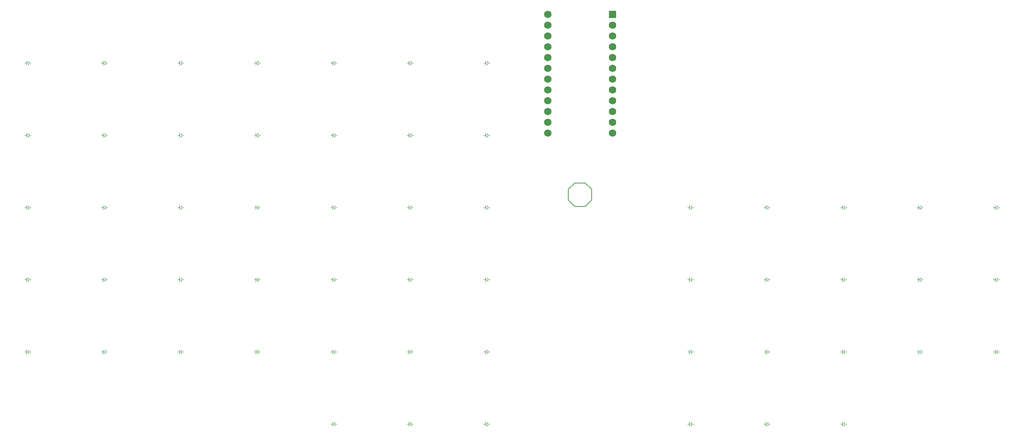
<source format=gbr>
%TF.GenerationSoftware,KiCad,Pcbnew,8.0.2*%
%TF.CreationDate,2024-06-03T01:18:46-04:00*%
%TF.ProjectId,unisplitchoc,756e6973-706c-4697-9463-686f632e6b69,v1.0.0*%
%TF.SameCoordinates,Original*%
%TF.FileFunction,Legend,Bot*%
%TF.FilePolarity,Positive*%
%FSLAX46Y46*%
G04 Gerber Fmt 4.6, Leading zero omitted, Abs format (unit mm)*
G04 Created by KiCad (PCBNEW 8.0.2) date 2024-06-03 01:18:46*
%MOMM*%
%LPD*%
G01*
G04 APERTURE LIST*
%ADD10C,0.100000*%
%ADD11C,0.150000*%
%ADD12R,1.752600X1.752600*%
%ADD13C,1.752600*%
G04 APERTURE END LIST*
D10*
%TO.C,D52*%
X309250000Y-171000000D02*
X309650000Y-171000000D01*
X309650000Y-171000000D02*
X309650000Y-170450000D01*
X309650000Y-171000000D02*
X309650000Y-171550000D01*
X309650000Y-171000000D02*
X310250000Y-170600000D01*
X310250000Y-170600000D02*
X310250000Y-171400000D01*
X310250000Y-171000000D02*
X310750000Y-171000000D01*
X310250000Y-171400000D02*
X309650000Y-171000000D01*
%TO.C,D8*%
X117250000Y-154000000D02*
X117650000Y-154000000D01*
X117650000Y-154000000D02*
X117650000Y-153450000D01*
X117650000Y-154000000D02*
X117650000Y-154550000D01*
X117650000Y-154000000D02*
X118250000Y-153600000D01*
X118250000Y-153600000D02*
X118250000Y-154400000D01*
X118250000Y-154000000D02*
X118750000Y-154000000D01*
X118250000Y-154400000D02*
X117650000Y-154000000D01*
%TO.C,D20*%
X153250000Y-120000000D02*
X153650000Y-120000000D01*
X153650000Y-120000000D02*
X153650000Y-119450000D01*
X153650000Y-120000000D02*
X153650000Y-120550000D01*
X153650000Y-120000000D02*
X154250000Y-119600000D01*
X154250000Y-119600000D02*
X154250000Y-120400000D01*
X154250000Y-120000000D02*
X154750000Y-120000000D01*
X154250000Y-120400000D02*
X153650000Y-120000000D01*
%TO.C,D36*%
X207250000Y-154000000D02*
X207650000Y-154000000D01*
X207650000Y-154000000D02*
X207650000Y-153450000D01*
X207650000Y-154000000D02*
X207650000Y-154550000D01*
X207650000Y-154000000D02*
X208250000Y-153600000D01*
X208250000Y-153600000D02*
X208250000Y-154400000D01*
X208250000Y-154000000D02*
X208750000Y-154000000D01*
X208250000Y-154400000D02*
X207650000Y-154000000D01*
%TO.C,D16*%
X153250000Y-188000000D02*
X153650000Y-188000000D01*
X153650000Y-188000000D02*
X153650000Y-187450000D01*
X153650000Y-188000000D02*
X153650000Y-188550000D01*
X153650000Y-188000000D02*
X154250000Y-187600000D01*
X154250000Y-187600000D02*
X154250000Y-188400000D01*
X154250000Y-188000000D02*
X154750000Y-188000000D01*
X154250000Y-188400000D02*
X153650000Y-188000000D01*
%TO.C,D27*%
X189250000Y-205000000D02*
X189650000Y-205000000D01*
X189650000Y-205000000D02*
X189650000Y-204450000D01*
X189650000Y-205000000D02*
X189650000Y-205550000D01*
X189650000Y-205000000D02*
X190250000Y-204600000D01*
X190250000Y-204600000D02*
X190250000Y-205400000D01*
X190250000Y-205000000D02*
X190750000Y-205000000D01*
X190250000Y-205400000D02*
X189650000Y-205000000D01*
%TO.C,D49*%
X291250000Y-171000000D02*
X291650000Y-171000000D01*
X291650000Y-171000000D02*
X291650000Y-170450000D01*
X291650000Y-171000000D02*
X291650000Y-171550000D01*
X291650000Y-171000000D02*
X292250000Y-170600000D01*
X292250000Y-170600000D02*
X292250000Y-171400000D01*
X292250000Y-171000000D02*
X292750000Y-171000000D01*
X292250000Y-171400000D02*
X291650000Y-171000000D01*
%TO.C,D5*%
X99250000Y-120000000D02*
X99650000Y-120000000D01*
X99650000Y-120000000D02*
X99650000Y-119450000D01*
X99650000Y-120000000D02*
X99650000Y-120550000D01*
X99650000Y-120000000D02*
X100250000Y-119600000D01*
X100250000Y-119600000D02*
X100250000Y-120400000D01*
X100250000Y-120000000D02*
X100750000Y-120000000D01*
X100250000Y-120400000D02*
X99650000Y-120000000D01*
%TO.C,D21*%
X171250000Y-205000000D02*
X171650000Y-205000000D01*
X171650000Y-205000000D02*
X171650000Y-204450000D01*
X171650000Y-205000000D02*
X171650000Y-205550000D01*
X171650000Y-205000000D02*
X172250000Y-204600000D01*
X172250000Y-204600000D02*
X172250000Y-205400000D01*
X172250000Y-205000000D02*
X172750000Y-205000000D01*
X172250000Y-205400000D02*
X171650000Y-205000000D01*
%TO.C,D30*%
X189250000Y-154000000D02*
X189650000Y-154000000D01*
X189650000Y-154000000D02*
X189650000Y-153450000D01*
X189650000Y-154000000D02*
X189650000Y-154550000D01*
X189650000Y-154000000D02*
X190250000Y-153600000D01*
X190250000Y-153600000D02*
X190250000Y-154400000D01*
X190250000Y-154000000D02*
X190750000Y-154000000D01*
X190250000Y-154400000D02*
X189650000Y-154000000D01*
%TO.C,D45*%
X273250000Y-171000000D02*
X273650000Y-171000000D01*
X273650000Y-171000000D02*
X273650000Y-170450000D01*
X273650000Y-171000000D02*
X273650000Y-171550000D01*
X273650000Y-171000000D02*
X274250000Y-170600000D01*
X274250000Y-170600000D02*
X274250000Y-171400000D01*
X274250000Y-171000000D02*
X274750000Y-171000000D01*
X274250000Y-171400000D02*
X273650000Y-171000000D01*
%TO.C,D11*%
X135250000Y-188000000D02*
X135650000Y-188000000D01*
X135650000Y-188000000D02*
X135650000Y-187450000D01*
X135650000Y-188000000D02*
X135650000Y-188550000D01*
X135650000Y-188000000D02*
X136250000Y-187600000D01*
X136250000Y-187600000D02*
X136250000Y-188400000D01*
X136250000Y-188000000D02*
X136750000Y-188000000D01*
X136250000Y-188400000D02*
X135650000Y-188000000D01*
%TO.C,D18*%
X153250000Y-154000000D02*
X153650000Y-154000000D01*
X153650000Y-154000000D02*
X153650000Y-153450000D01*
X153650000Y-154000000D02*
X153650000Y-154550000D01*
X153650000Y-154000000D02*
X154250000Y-153600000D01*
X154250000Y-153600000D02*
X154250000Y-154400000D01*
X154250000Y-154000000D02*
X154750000Y-154000000D01*
X154250000Y-154400000D02*
X153650000Y-154000000D01*
%TO.C,D14*%
X135250000Y-137000000D02*
X135650000Y-137000000D01*
X135650000Y-137000000D02*
X135650000Y-136450000D01*
X135650000Y-137000000D02*
X135650000Y-137550000D01*
X135650000Y-137000000D02*
X136250000Y-136600000D01*
X136250000Y-136600000D02*
X136250000Y-137400000D01*
X136250000Y-137000000D02*
X136750000Y-137000000D01*
X136250000Y-137400000D02*
X135650000Y-137000000D01*
%TO.C,D17*%
X153250000Y-171000000D02*
X153650000Y-171000000D01*
X153650000Y-171000000D02*
X153650000Y-170450000D01*
X153650000Y-171000000D02*
X153650000Y-171550000D01*
X153650000Y-171000000D02*
X154250000Y-170600000D01*
X154250000Y-170600000D02*
X154250000Y-171400000D01*
X154250000Y-171000000D02*
X154750000Y-171000000D01*
X154250000Y-171400000D02*
X153650000Y-171000000D01*
%TO.C,D28*%
X189250000Y-188000000D02*
X189650000Y-188000000D01*
X189650000Y-188000000D02*
X189650000Y-187450000D01*
X189650000Y-188000000D02*
X189650000Y-188550000D01*
X189650000Y-188000000D02*
X190250000Y-187600000D01*
X190250000Y-187600000D02*
X190250000Y-188400000D01*
X190250000Y-188000000D02*
X190750000Y-188000000D01*
X190250000Y-188400000D02*
X189650000Y-188000000D01*
%TO.C,D19*%
X153250000Y-137000000D02*
X153650000Y-137000000D01*
X153650000Y-137000000D02*
X153650000Y-136450000D01*
X153650000Y-137000000D02*
X153650000Y-137550000D01*
X153650000Y-137000000D02*
X154250000Y-136600000D01*
X154250000Y-136600000D02*
X154250000Y-137400000D01*
X154250000Y-137000000D02*
X154750000Y-137000000D01*
X154250000Y-137400000D02*
X153650000Y-137000000D01*
%TO.C,D54*%
X327250000Y-188000000D02*
X327650000Y-188000000D01*
X327650000Y-188000000D02*
X327650000Y-187450000D01*
X327650000Y-188000000D02*
X327650000Y-188550000D01*
X327650000Y-188000000D02*
X328250000Y-187600000D01*
X328250000Y-187600000D02*
X328250000Y-188400000D01*
X328250000Y-188000000D02*
X328750000Y-188000000D01*
X328250000Y-188400000D02*
X327650000Y-188000000D01*
%TO.C,D39*%
X255250000Y-205000000D02*
X255650000Y-205000000D01*
X255650000Y-205000000D02*
X255650000Y-204450000D01*
X255650000Y-205000000D02*
X255650000Y-205550000D01*
X255650000Y-205000000D02*
X256250000Y-204600000D01*
X256250000Y-204600000D02*
X256250000Y-205400000D01*
X256250000Y-205000000D02*
X256750000Y-205000000D01*
X256250000Y-205400000D02*
X255650000Y-205000000D01*
%TO.C,D47*%
X291250000Y-205000000D02*
X291650000Y-205000000D01*
X291650000Y-205000000D02*
X291650000Y-204450000D01*
X291650000Y-205000000D02*
X291650000Y-205550000D01*
X291650000Y-205000000D02*
X292250000Y-204600000D01*
X292250000Y-204600000D02*
X292250000Y-205400000D01*
X292250000Y-205000000D02*
X292750000Y-205000000D01*
X292250000Y-205400000D02*
X291650000Y-205000000D01*
%TO.C,D26*%
X171250000Y-120000000D02*
X171650000Y-120000000D01*
X171650000Y-120000000D02*
X171650000Y-119450000D01*
X171650000Y-120000000D02*
X171650000Y-120550000D01*
X171650000Y-120000000D02*
X172250000Y-119600000D01*
X172250000Y-119600000D02*
X172250000Y-120400000D01*
X172250000Y-120000000D02*
X172750000Y-120000000D01*
X172250000Y-120400000D02*
X171650000Y-120000000D01*
%TO.C,D38*%
X207250000Y-120000000D02*
X207650000Y-120000000D01*
X207650000Y-120000000D02*
X207650000Y-119450000D01*
X207650000Y-120000000D02*
X207650000Y-120550000D01*
X207650000Y-120000000D02*
X208250000Y-119600000D01*
X208250000Y-119600000D02*
X208250000Y-120400000D01*
X208250000Y-120000000D02*
X208750000Y-120000000D01*
X208250000Y-120400000D02*
X207650000Y-120000000D01*
%TO.C,D24*%
X171250000Y-154000000D02*
X171650000Y-154000000D01*
X171650000Y-154000000D02*
X171650000Y-153450000D01*
X171650000Y-154000000D02*
X171650000Y-154550000D01*
X171650000Y-154000000D02*
X172250000Y-153600000D01*
X172250000Y-153600000D02*
X172250000Y-154400000D01*
X172250000Y-154000000D02*
X172750000Y-154000000D01*
X172250000Y-154400000D02*
X171650000Y-154000000D01*
%TO.C,D34*%
X207250000Y-188000000D02*
X207650000Y-188000000D01*
X207650000Y-188000000D02*
X207650000Y-187450000D01*
X207650000Y-188000000D02*
X207650000Y-188550000D01*
X207650000Y-188000000D02*
X208250000Y-187600000D01*
X208250000Y-187600000D02*
X208250000Y-188400000D01*
X208250000Y-188000000D02*
X208750000Y-188000000D01*
X208250000Y-188400000D02*
X207650000Y-188000000D01*
%TO.C,D51*%
X309250000Y-188000000D02*
X309650000Y-188000000D01*
X309650000Y-188000000D02*
X309650000Y-187450000D01*
X309650000Y-188000000D02*
X309650000Y-188550000D01*
X309650000Y-188000000D02*
X310250000Y-187600000D01*
X310250000Y-187600000D02*
X310250000Y-188400000D01*
X310250000Y-188000000D02*
X310750000Y-188000000D01*
X310250000Y-188400000D02*
X309650000Y-188000000D01*
%TO.C,D4*%
X99250000Y-137000000D02*
X99650000Y-137000000D01*
X99650000Y-137000000D02*
X99650000Y-136450000D01*
X99650000Y-137000000D02*
X99650000Y-137550000D01*
X99650000Y-137000000D02*
X100250000Y-136600000D01*
X100250000Y-136600000D02*
X100250000Y-137400000D01*
X100250000Y-137000000D02*
X100750000Y-137000000D01*
X100250000Y-137400000D02*
X99650000Y-137000000D01*
%TO.C,D31*%
X189250000Y-137000000D02*
X189650000Y-137000000D01*
X189650000Y-137000000D02*
X189650000Y-136450000D01*
X189650000Y-137000000D02*
X189650000Y-137550000D01*
X189650000Y-137000000D02*
X190250000Y-136600000D01*
X190250000Y-136600000D02*
X190250000Y-137400000D01*
X190250000Y-137000000D02*
X190750000Y-137000000D01*
X190250000Y-137400000D02*
X189650000Y-137000000D01*
%TO.C,D15*%
X135250000Y-120000000D02*
X135650000Y-120000000D01*
X135650000Y-120000000D02*
X135650000Y-119450000D01*
X135650000Y-120000000D02*
X135650000Y-120550000D01*
X135650000Y-120000000D02*
X136250000Y-119600000D01*
X136250000Y-119600000D02*
X136250000Y-120400000D01*
X136250000Y-120000000D02*
X136750000Y-120000000D01*
X136250000Y-120400000D02*
X135650000Y-120000000D01*
%TO.C,D13*%
X135250000Y-154000000D02*
X135650000Y-154000000D01*
X135650000Y-154000000D02*
X135650000Y-153450000D01*
X135650000Y-154000000D02*
X135650000Y-154550000D01*
X135650000Y-154000000D02*
X136250000Y-153600000D01*
X136250000Y-153600000D02*
X136250000Y-154400000D01*
X136250000Y-154000000D02*
X136750000Y-154000000D01*
X136250000Y-154400000D02*
X135650000Y-154000000D01*
%TO.C,D50*%
X291250000Y-154000000D02*
X291650000Y-154000000D01*
X291650000Y-154000000D02*
X291650000Y-153450000D01*
X291650000Y-154000000D02*
X291650000Y-154550000D01*
X291650000Y-154000000D02*
X292250000Y-153600000D01*
X292250000Y-153600000D02*
X292250000Y-154400000D01*
X292250000Y-154000000D02*
X292750000Y-154000000D01*
X292250000Y-154400000D02*
X291650000Y-154000000D01*
%TO.C,D33*%
X207250000Y-205000000D02*
X207650000Y-205000000D01*
X207650000Y-205000000D02*
X207650000Y-204450000D01*
X207650000Y-205000000D02*
X207650000Y-205550000D01*
X207650000Y-205000000D02*
X208250000Y-204600000D01*
X208250000Y-204600000D02*
X208250000Y-205400000D01*
X208250000Y-205000000D02*
X208750000Y-205000000D01*
X208250000Y-205400000D02*
X207650000Y-205000000D01*
%TO.C,D40*%
X255250000Y-188000000D02*
X255650000Y-188000000D01*
X255650000Y-188000000D02*
X255650000Y-187450000D01*
X255650000Y-188000000D02*
X255650000Y-188550000D01*
X255650000Y-188000000D02*
X256250000Y-187600000D01*
X256250000Y-187600000D02*
X256250000Y-188400000D01*
X256250000Y-188000000D02*
X256750000Y-188000000D01*
X256250000Y-188400000D02*
X255650000Y-188000000D01*
%TO.C,D9*%
X117250000Y-137000000D02*
X117650000Y-137000000D01*
X117650000Y-137000000D02*
X117650000Y-136450000D01*
X117650000Y-137000000D02*
X117650000Y-137550000D01*
X117650000Y-137000000D02*
X118250000Y-136600000D01*
X118250000Y-136600000D02*
X118250000Y-137400000D01*
X118250000Y-137000000D02*
X118750000Y-137000000D01*
X118250000Y-137400000D02*
X117650000Y-137000000D01*
%TO.C,D43*%
X273250000Y-205000000D02*
X273650000Y-205000000D01*
X273650000Y-205000000D02*
X273650000Y-204450000D01*
X273650000Y-205000000D02*
X273650000Y-205550000D01*
X273650000Y-205000000D02*
X274250000Y-204600000D01*
X274250000Y-204600000D02*
X274250000Y-205400000D01*
X274250000Y-205000000D02*
X274750000Y-205000000D01*
X274250000Y-205400000D02*
X273650000Y-205000000D01*
%TO.C,D32*%
X189250000Y-120000000D02*
X189650000Y-120000000D01*
X189650000Y-120000000D02*
X189650000Y-119450000D01*
X189650000Y-120000000D02*
X189650000Y-120550000D01*
X189650000Y-120000000D02*
X190250000Y-119600000D01*
X190250000Y-119600000D02*
X190250000Y-120400000D01*
X190250000Y-120000000D02*
X190750000Y-120000000D01*
X190250000Y-120400000D02*
X189650000Y-120000000D01*
%TO.C,D44*%
X273250000Y-188000000D02*
X273650000Y-188000000D01*
X273650000Y-188000000D02*
X273650000Y-187450000D01*
X273650000Y-188000000D02*
X273650000Y-188550000D01*
X273650000Y-188000000D02*
X274250000Y-187600000D01*
X274250000Y-187600000D02*
X274250000Y-188400000D01*
X274250000Y-188000000D02*
X274750000Y-188000000D01*
X274250000Y-188400000D02*
X273650000Y-188000000D01*
%TO.C,D42*%
X255250000Y-154000000D02*
X255650000Y-154000000D01*
X255650000Y-154000000D02*
X255650000Y-153450000D01*
X255650000Y-154000000D02*
X255650000Y-154550000D01*
X255650000Y-154000000D02*
X256250000Y-153600000D01*
X256250000Y-153600000D02*
X256250000Y-154400000D01*
X256250000Y-154000000D02*
X256750000Y-154000000D01*
X256250000Y-154400000D02*
X255650000Y-154000000D01*
%TO.C,D7*%
X117250000Y-171000000D02*
X117650000Y-171000000D01*
X117650000Y-171000000D02*
X117650000Y-170450000D01*
X117650000Y-171000000D02*
X117650000Y-171550000D01*
X117650000Y-171000000D02*
X118250000Y-170600000D01*
X118250000Y-170600000D02*
X118250000Y-171400000D01*
X118250000Y-171000000D02*
X118750000Y-171000000D01*
X118250000Y-171400000D02*
X117650000Y-171000000D01*
%TO.C,D25*%
X171250000Y-137000000D02*
X171650000Y-137000000D01*
X171650000Y-137000000D02*
X171650000Y-136450000D01*
X171650000Y-137000000D02*
X171650000Y-137550000D01*
X171650000Y-137000000D02*
X172250000Y-136600000D01*
X172250000Y-136600000D02*
X172250000Y-137400000D01*
X172250000Y-137000000D02*
X172750000Y-137000000D01*
X172250000Y-137400000D02*
X171650000Y-137000000D01*
%TO.C,D3*%
X99250000Y-154000000D02*
X99650000Y-154000000D01*
X99650000Y-154000000D02*
X99650000Y-153450000D01*
X99650000Y-154000000D02*
X99650000Y-154550000D01*
X99650000Y-154000000D02*
X100250000Y-153600000D01*
X100250000Y-153600000D02*
X100250000Y-154400000D01*
X100250000Y-154000000D02*
X100750000Y-154000000D01*
X100250000Y-154400000D02*
X99650000Y-154000000D01*
%TO.C,D23*%
X171250000Y-171000000D02*
X171650000Y-171000000D01*
X171650000Y-171000000D02*
X171650000Y-170450000D01*
X171650000Y-171000000D02*
X171650000Y-171550000D01*
X171650000Y-171000000D02*
X172250000Y-170600000D01*
X172250000Y-170600000D02*
X172250000Y-171400000D01*
X172250000Y-171000000D02*
X172750000Y-171000000D01*
X172250000Y-171400000D02*
X171650000Y-171000000D01*
%TO.C,D10*%
X117250000Y-120000000D02*
X117650000Y-120000000D01*
X117650000Y-120000000D02*
X117650000Y-119450000D01*
X117650000Y-120000000D02*
X117650000Y-120550000D01*
X117650000Y-120000000D02*
X118250000Y-119600000D01*
X118250000Y-119600000D02*
X118250000Y-120400000D01*
X118250000Y-120000000D02*
X118750000Y-120000000D01*
X118250000Y-120400000D02*
X117650000Y-120000000D01*
%TO.C,D2*%
X99250000Y-171000000D02*
X99650000Y-171000000D01*
X99650000Y-171000000D02*
X99650000Y-170450000D01*
X99650000Y-171000000D02*
X99650000Y-171550000D01*
X99650000Y-171000000D02*
X100250000Y-170600000D01*
X100250000Y-170600000D02*
X100250000Y-171400000D01*
X100250000Y-171000000D02*
X100750000Y-171000000D01*
X100250000Y-171400000D02*
X99650000Y-171000000D01*
%TO.C,D22*%
X171250000Y-188000000D02*
X171650000Y-188000000D01*
X171650000Y-188000000D02*
X171650000Y-187450000D01*
X171650000Y-188000000D02*
X171650000Y-188550000D01*
X171650000Y-188000000D02*
X172250000Y-187600000D01*
X172250000Y-187600000D02*
X172250000Y-188400000D01*
X172250000Y-188000000D02*
X172750000Y-188000000D01*
X172250000Y-188400000D02*
X171650000Y-188000000D01*
%TO.C,D6*%
X117250000Y-188000000D02*
X117650000Y-188000000D01*
X117650000Y-188000000D02*
X117650000Y-187450000D01*
X117650000Y-188000000D02*
X117650000Y-188550000D01*
X117650000Y-188000000D02*
X118250000Y-187600000D01*
X118250000Y-187600000D02*
X118250000Y-188400000D01*
X118250000Y-188000000D02*
X118750000Y-188000000D01*
X118250000Y-188400000D02*
X117650000Y-188000000D01*
%TO.C,D29*%
X189250000Y-171000000D02*
X189650000Y-171000000D01*
X189650000Y-171000000D02*
X189650000Y-170450000D01*
X189650000Y-171000000D02*
X189650000Y-171550000D01*
X189650000Y-171000000D02*
X190250000Y-170600000D01*
X190250000Y-170600000D02*
X190250000Y-171400000D01*
X190250000Y-171000000D02*
X190750000Y-171000000D01*
X190250000Y-171400000D02*
X189650000Y-171000000D01*
%TO.C,D41*%
X255250000Y-171000000D02*
X255650000Y-171000000D01*
X255650000Y-171000000D02*
X255650000Y-170450000D01*
X255650000Y-171000000D02*
X255650000Y-171550000D01*
X255650000Y-171000000D02*
X256250000Y-170600000D01*
X256250000Y-170600000D02*
X256250000Y-171400000D01*
X256250000Y-171000000D02*
X256750000Y-171000000D01*
X256250000Y-171400000D02*
X255650000Y-171000000D01*
%TO.C,D48*%
X291250000Y-188000000D02*
X291650000Y-188000000D01*
X291650000Y-188000000D02*
X291650000Y-187450000D01*
X291650000Y-188000000D02*
X291650000Y-188550000D01*
X291650000Y-188000000D02*
X292250000Y-187600000D01*
X292250000Y-187600000D02*
X292250000Y-188400000D01*
X292250000Y-188000000D02*
X292750000Y-188000000D01*
X292250000Y-188400000D02*
X291650000Y-188000000D01*
%TO.C,D1*%
X99250000Y-188000000D02*
X99650000Y-188000000D01*
X99650000Y-188000000D02*
X99650000Y-187450000D01*
X99650000Y-188000000D02*
X99650000Y-188550000D01*
X99650000Y-188000000D02*
X100250000Y-187600000D01*
X100250000Y-187600000D02*
X100250000Y-188400000D01*
X100250000Y-188000000D02*
X100750000Y-188000000D01*
X100250000Y-188400000D02*
X99650000Y-188000000D01*
%TO.C,D55*%
X327250000Y-171000000D02*
X327650000Y-171000000D01*
X327650000Y-171000000D02*
X327650000Y-170450000D01*
X327650000Y-171000000D02*
X327650000Y-171550000D01*
X327650000Y-171000000D02*
X328250000Y-170600000D01*
X328250000Y-170600000D02*
X328250000Y-171400000D01*
X328250000Y-171000000D02*
X328750000Y-171000000D01*
X328250000Y-171400000D02*
X327650000Y-171000000D01*
%TO.C,D46*%
X273250000Y-154000000D02*
X273650000Y-154000000D01*
X273650000Y-154000000D02*
X273650000Y-153450000D01*
X273650000Y-154000000D02*
X273650000Y-154550000D01*
X273650000Y-154000000D02*
X274250000Y-153600000D01*
X274250000Y-153600000D02*
X274250000Y-154400000D01*
X274250000Y-154000000D02*
X274750000Y-154000000D01*
X274250000Y-154400000D02*
X273650000Y-154000000D01*
%TO.C,D53*%
X309250000Y-154000000D02*
X309650000Y-154000000D01*
X309650000Y-154000000D02*
X309650000Y-153450000D01*
X309650000Y-154000000D02*
X309650000Y-154550000D01*
X309650000Y-154000000D02*
X310250000Y-153600000D01*
X310250000Y-153600000D02*
X310250000Y-154400000D01*
X310250000Y-154000000D02*
X310750000Y-154000000D01*
X310250000Y-154400000D02*
X309650000Y-154000000D01*
%TO.C,D37*%
X207250000Y-137000000D02*
X207650000Y-137000000D01*
X207650000Y-137000000D02*
X207650000Y-136450000D01*
X207650000Y-137000000D02*
X207650000Y-137550000D01*
X207650000Y-137000000D02*
X208250000Y-136600000D01*
X208250000Y-136600000D02*
X208250000Y-137400000D01*
X208250000Y-137000000D02*
X208750000Y-137000000D01*
X208250000Y-137400000D02*
X207650000Y-137000000D01*
%TO.C,D12*%
X135250000Y-171000000D02*
X135650000Y-171000000D01*
X135650000Y-171000000D02*
X135650000Y-170450000D01*
X135650000Y-171000000D02*
X135650000Y-171550000D01*
X135650000Y-171000000D02*
X136250000Y-170600000D01*
X136250000Y-170600000D02*
X136250000Y-171400000D01*
X136250000Y-171000000D02*
X136750000Y-171000000D01*
X136250000Y-171400000D02*
X135650000Y-171000000D01*
%TO.C,D35*%
X207250000Y-171000000D02*
X207650000Y-171000000D01*
X207650000Y-171000000D02*
X207650000Y-170450000D01*
X207650000Y-171000000D02*
X207650000Y-171550000D01*
X207650000Y-171000000D02*
X208250000Y-170600000D01*
X208250000Y-170600000D02*
X208250000Y-171400000D01*
X208250000Y-171000000D02*
X208750000Y-171000000D01*
X208250000Y-171400000D02*
X207650000Y-171000000D01*
%TO.C,D56*%
X327250000Y-154000000D02*
X327650000Y-154000000D01*
X327650000Y-154000000D02*
X327650000Y-153450000D01*
X327650000Y-154000000D02*
X327650000Y-154550000D01*
X327650000Y-154000000D02*
X328250000Y-153600000D01*
X328250000Y-153600000D02*
X328250000Y-154400000D01*
X328250000Y-154000000D02*
X328750000Y-154000000D01*
X328250000Y-154400000D02*
X327650000Y-154000000D01*
D11*
%TO.C,B1*%
X227250000Y-149750000D02*
X228750000Y-148250000D01*
X227250000Y-152250000D02*
X227250000Y-149750000D01*
X227250000Y-152250000D02*
X228750000Y-153750000D01*
X231250000Y-148250000D02*
X228750000Y-148250000D01*
X231250000Y-153750000D02*
X228750000Y-153750000D01*
X232750000Y-149750000D02*
X231250000Y-148250000D01*
X232750000Y-152250000D02*
X231250000Y-153750000D01*
X232750000Y-152250000D02*
X232750000Y-149750000D01*
%TD*%
D12*
%TO.C,MCU1*%
X237620000Y-108530000D03*
D13*
X237620000Y-111070000D03*
X237620000Y-113610000D03*
X237620000Y-116150000D03*
X237620000Y-118690000D03*
X237620000Y-121230000D03*
X237620000Y-123770000D03*
X237620000Y-126310000D03*
X237620000Y-128850000D03*
X237620000Y-131390000D03*
X237620000Y-133930000D03*
X237620000Y-136470000D03*
X222380000Y-108530000D03*
X222380000Y-111070000D03*
X222380000Y-113610000D03*
X222380000Y-116150000D03*
X222380000Y-118690000D03*
X222380000Y-121230000D03*
X222380000Y-123770000D03*
X222380000Y-126310000D03*
X222380000Y-128850000D03*
X222380000Y-131390000D03*
X222380000Y-133930000D03*
X222380000Y-136470000D03*
%TD*%
M02*

</source>
